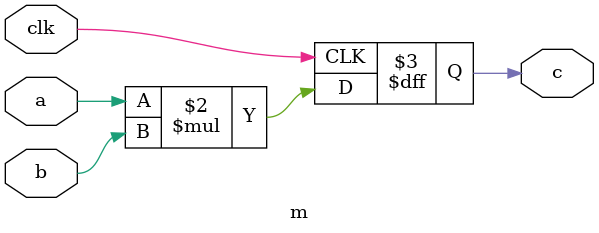
<source format=sv>
module m (

//------------------------------------------------------------
// входные порты
//------------------------------------------------------------
	input  wire                                  clk,
	input  wire                                  a,
	input  wire                                  b,


//------------------------------------------------------------
// выходные порты
//------------------------------------------------------------

	output  wire  c
);
	
//работа по клоку
	always @(posedge clk)
		begin
		c<=a*b;
	end
endmodule

</source>
